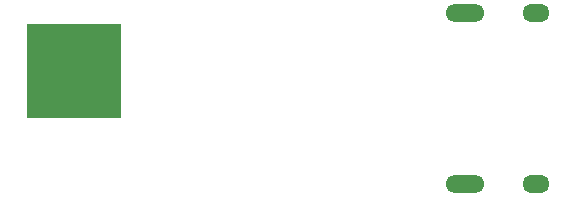
<source format=gbr>
%TF.GenerationSoftware,KiCad,Pcbnew,(6.0.7)*%
%TF.CreationDate,2022-11-13T02:02:31+01:00*%
%TF.ProjectId,TTL_to_HDMI,54544c5f-746f-45f4-9844-4d492e6b6963,rev?*%
%TF.SameCoordinates,Original*%
%TF.FileFunction,Soldermask,Bot*%
%TF.FilePolarity,Negative*%
%FSLAX46Y46*%
G04 Gerber Fmt 4.6, Leading zero omitted, Abs format (unit mm)*
G04 Created by KiCad (PCBNEW (6.0.7)) date 2022-11-13 02:02:31*
%MOMM*%
%LPD*%
G01*
G04 APERTURE LIST*
%ADD10O,3.300000X1.500000*%
%ADD11O,2.300000X1.500000*%
G04 APERTURE END LIST*
D10*
%TO.C,J1*%
X126507000Y-97906000D03*
X126507000Y-112406000D03*
D11*
X132467000Y-97906000D03*
X132467000Y-112406000D03*
%TD*%
G36*
X97359191Y-98818907D02*
G01*
X97395155Y-98868407D01*
X97400000Y-98899000D01*
X97400000Y-106701000D01*
X97381093Y-106759191D01*
X97331593Y-106795155D01*
X97301000Y-106800000D01*
X89499000Y-106800000D01*
X89440809Y-106781093D01*
X89404845Y-106731593D01*
X89400000Y-106701000D01*
X89400000Y-98899000D01*
X89418907Y-98840809D01*
X89468407Y-98804845D01*
X89499000Y-98800000D01*
X97301000Y-98800000D01*
X97359191Y-98818907D01*
G37*
M02*

</source>
